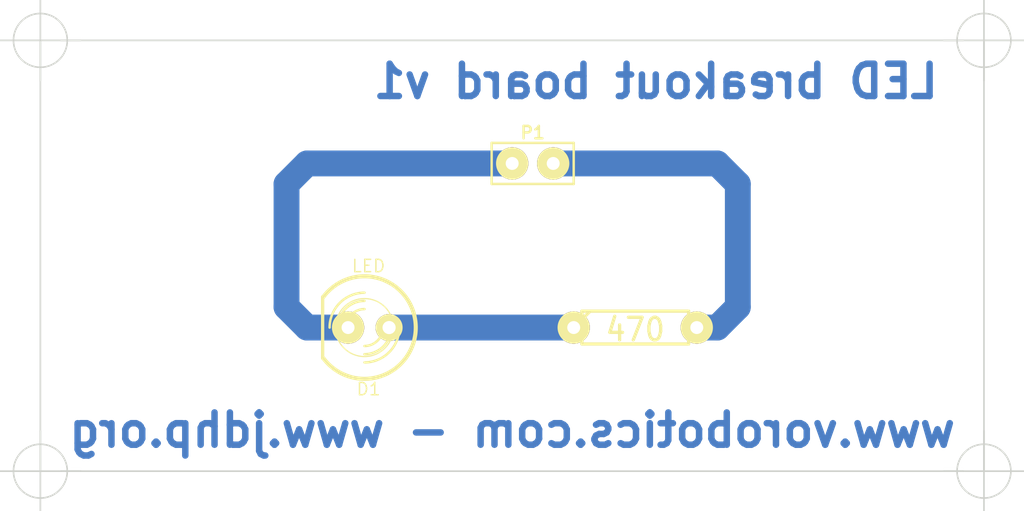
<source format=kicad_pcb>
(kicad_pcb (version 3) (host pcbnew "(22-Jun-2014 BZR 4027)-stable")

  (general
    (links 3)
    (no_connects 0)
    (area 181.65 123.23 245.07 154.9)
    (thickness 1.6)
    (drawings 10)
    (tracks 11)
    (zones 0)
    (modules 3)
    (nets 4)
  )

  (page A3)
  (title_block 
    (title "Breakout board LED")
    (rev 1)
    (company www.jdhp.org)
    (comment 1 "Jérémie Decock")
  )

  (layers
    (15 F.Cu signal)
    (0 B.Cu signal)
    (16 B.Adhes user)
    (17 F.Adhes user)
    (18 B.Paste user)
    (19 F.Paste user)
    (20 B.SilkS user)
    (21 F.SilkS user)
    (22 B.Mask user)
    (23 F.Mask user)
    (24 Dwgs.User user)
    (25 Cmts.User user)
    (26 Eco1.User user)
    (27 Eco2.User user)
    (28 Edge.Cuts user)
  )

  (setup
    (last_trace_width 1.6)
    (trace_clearance 0.7)
    (zone_clearance 0.508)
    (zone_45_only no)
    (trace_min 0.254)
    (segment_width 0.2)
    (edge_width 0.1)
    (via_size 1.1)
    (via_drill 0.9)
    (via_min_size 0.889)
    (via_min_drill 0.508)
    (uvia_size 0.508)
    (uvia_drill 0.127)
    (uvias_allowed no)
    (uvia_min_size 0.508)
    (uvia_min_drill 0.127)
    (pcb_text_width 0.3)
    (pcb_text_size 1.5 1.5)
    (mod_edge_width 0.15)
    (mod_text_size 1 1)
    (mod_text_width 0.15)
    (pad_size 2 2)
    (pad_drill 0.8)
    (pad_to_mask_clearance 0)
    (aux_axis_origin 0 0)
    (visible_elements FFFFFFBF)
    (pcbplotparams
      (layerselection 268435457)
      (usegerberextensions false)
      (excludeedgelayer true)
      (linewidth 0.150000)
      (plotframeref false)
      (viasonmask false)
      (mode 1)
      (useauxorigin false)
      (hpglpennumber 1)
      (hpglpenspeed 20)
      (hpglpendiameter 15)
      (hpglpenoverlay 2)
      (psnegative false)
      (psa4output false)
      (plotreference true)
      (plotvalue true)
      (plotothertext true)
      (plotinvisibletext false)
      (padsonsilk false)
      (subtractmaskfromsilk false)
      (outputformat 5)
      (mirror false)
      (drillshape 0)
      (scaleselection 1)
      (outputdirectory ""))
  )

  (net 0 "")
  (net 1 N-000001)
  (net 2 N-000002)
  (net 3 N-000003)

  (net_class Default "Ceci est la Netclass par défaut"
    (clearance 0.7)
    (trace_width 1.6)
    (via_dia 1.1)
    (via_drill 0.9)
    (uvia_dia 0.508)
    (uvia_drill 0.127)
    (add_net "")
    (add_net N-000001)
    (add_net N-000002)
    (add_net N-000003)
  )

  (module R3 (layer F.Cu) (tedit 543957FC) (tstamp 542E9ED4)
    (at 220.98 143.51)
    (descr "Resitance 3 pas")
    (tags R)
    (path /542E9D92)
    (autoplace_cost180 10)
    (fp_text reference R1 (at 0 0.127) (layer F.SilkS) hide
      (effects (font (size 1.397 1.27) (thickness 0.2032)))
    )
    (fp_text value 470 (at 0 0.127) (layer F.SilkS)
      (effects (font (size 1.397 1.27) (thickness 0.2032)))
    )
    (fp_line (start -3.81 0) (end -3.302 0) (layer F.SilkS) (width 0.2032))
    (fp_line (start 3.81 0) (end 3.302 0) (layer F.SilkS) (width 0.2032))
    (fp_line (start 3.302 0) (end 3.302 -1.016) (layer F.SilkS) (width 0.2032))
    (fp_line (start 3.302 -1.016) (end -3.302 -1.016) (layer F.SilkS) (width 0.2032))
    (fp_line (start -3.302 -1.016) (end -3.302 1.016) (layer F.SilkS) (width 0.2032))
    (fp_line (start -3.302 1.016) (end 3.302 1.016) (layer F.SilkS) (width 0.2032))
    (fp_line (start 3.302 1.016) (end 3.302 0) (layer F.SilkS) (width 0.2032))
    (fp_line (start -3.302 -0.508) (end -2.794 -1.016) (layer F.SilkS) (width 0.2032))
    (pad 1 thru_hole circle (at -3.81 0) (size 2 2) (drill 0.8)
      (layers *.Cu *.Mask F.SilkS)
      (net 1 N-000001)
    )
    (pad 2 thru_hole circle (at 3.81 0) (size 2 2) (drill 0.8)
      (layers *.Cu *.Mask F.SilkS)
      (net 3 N-000003)
    )
    (model discret/resistor.wrl
      (at (xyz 0 0 0))
      (scale (xyz 0.3 0.3 0.3))
      (rotate (xyz 0 0 0))
    )
  )

  (module PIN_ARRAY_2X1 (layer F.Cu) (tedit 54395760) (tstamp 5439565A)
    (at 214.63 133.35)
    (descr "Connecteurs 2 pins")
    (tags "CONN DEV")
    (path /542E9E05)
    (fp_text reference P1 (at 0 -1.905) (layer F.SilkS)
      (effects (font (size 0.762 0.762) (thickness 0.1524)))
    )
    (fp_text value CONN_2 (at 0 -1.905) (layer F.SilkS) hide
      (effects (font (size 0.762 0.762) (thickness 0.1524)))
    )
    (fp_line (start -2.54 1.27) (end -2.54 -1.27) (layer F.SilkS) (width 0.1524))
    (fp_line (start -2.54 -1.27) (end 2.54 -1.27) (layer F.SilkS) (width 0.1524))
    (fp_line (start 2.54 -1.27) (end 2.54 1.27) (layer F.SilkS) (width 0.1524))
    (fp_line (start 2.54 1.27) (end -2.54 1.27) (layer F.SilkS) (width 0.1524))
    (pad 1 thru_hole circle (at -1.27 0) (size 2 2) (drill 0.8)
      (layers *.Cu *.Mask F.SilkS)
      (net 2 N-000002)
    )
    (pad 2 thru_hole circle (at 1.27 0) (size 2 2) (drill 0.8)
      (layers *.Cu *.Mask F.SilkS)
      (net 3 N-000003)
    )
    (model pin_array/pins_array_2x1.wrl
      (at (xyz 0 0 0))
      (scale (xyz 1 1 1))
      (rotate (xyz 0 0 0))
    )
  )

  (module LED-5MM (layer F.Cu) (tedit 54395768) (tstamp 542E9EED)
    (at 204.47 143.51 180)
    (descr "LED 5mm - Lead pitch 100mil (2,54mm)")
    (tags "LED led 5mm 5MM 100mil 2,54mm")
    (path /542E9DA1)
    (fp_text reference D1 (at 0 -3.81 180) (layer F.SilkS)
      (effects (font (size 0.762 0.762) (thickness 0.0889)))
    )
    (fp_text value LED (at 0 3.81 180) (layer F.SilkS)
      (effects (font (size 0.762 0.762) (thickness 0.0889)))
    )
    (fp_line (start 2.8448 1.905) (end 2.8448 -1.905) (layer F.SilkS) (width 0.2032))
    (fp_circle (center 0.254 0) (end -1.016 1.27) (layer F.SilkS) (width 0.0762))
    (fp_arc (start 0.254 0) (end 2.794 1.905) (angle 286.2) (layer F.SilkS) (width 0.254))
    (fp_arc (start 0.254 0) (end -0.889 0) (angle 90) (layer F.SilkS) (width 0.1524))
    (fp_arc (start 0.254 0) (end 1.397 0) (angle 90) (layer F.SilkS) (width 0.1524))
    (fp_arc (start 0.254 0) (end -1.397 0) (angle 90) (layer F.SilkS) (width 0.1524))
    (fp_arc (start 0.254 0) (end 1.905 0) (angle 90) (layer F.SilkS) (width 0.1524))
    (fp_arc (start 0.254 0) (end -1.905 0) (angle 90) (layer F.SilkS) (width 0.1524))
    (fp_arc (start 0.254 0) (end 2.413 0) (angle 90) (layer F.SilkS) (width 0.1524))
    (pad 1 thru_hole circle (at -1.27 0 180) (size 1.6764 1.6764) (drill 0.8128)
      (layers *.Cu *.Mask F.SilkS)
      (net 1 N-000001)
    )
    (pad 2 thru_hole circle (at 1.27 0 180) (size 2 2) (drill 0.8)
      (layers *.Cu *.Mask F.SilkS)
      (net 2 N-000002)
    )
    (model discret/leds/led5_vertical_verde.wrl
      (at (xyz 0 0 0))
      (scale (xyz 1 1 1))
      (rotate (xyz 0 0 0))
    )
  )

  (gr_line (start 185.42 152.4) (end 241.3 152.4) (angle 90) (layer Edge.Cuts) (width 0.1))
  (gr_line (start 185.42 125.73) (end 241.3 125.73) (angle 90) (layer Edge.Cuts) (width 0.1))
  (gr_line (start 184.15 152.4) (end 184.15 125.73) (angle 90) (layer Edge.Cuts) (width 0.1))
  (gr_line (start 242.57 125.73) (end 242.57 152.4) (angle 90) (layer Edge.Cuts) (width 0.1))
  (gr_text "LED breakout board v1" (at 222.25 128.27) (layer B.Cu)
    (effects (font (size 2 2) (thickness 0.4)) (justify mirror))
  )
  (gr_text "www.vorobotics.com - www.jdhp.org" (at 213.36 149.86) (layer B.Cu)
    (effects (font (size 2 2) (thickness 0.4)) (justify mirror))
  )
  (target plus (at 242.57 125.73) (size 5) (width 0.1) (layer Edge.Cuts))
  (target plus (at 184.15 125.73) (size 5) (width 0.1) (layer Edge.Cuts))
  (target plus (at 184.15 152.4) (size 5) (width 0.1) (layer Edge.Cuts))
  (target plus (at 242.57 152.4) (size 5) (width 0.1) (layer Edge.Cuts))

  (segment (start 205.74 143.51) (end 217.17 143.51) (width 1.6) (layer B.Cu) (net 1))
  (segment (start 203.2 143.51) (end 200.66 143.51) (width 1.6) (layer B.Cu) (net 2))
  (segment (start 200.66 133.35) (end 213.36 133.35) (width 1.6) (layer B.Cu) (net 2) (tstamp 542EA12F))
  (segment (start 199.39 134.62) (end 200.66 133.35) (width 1.6) (layer B.Cu) (net 2) (tstamp 542EA12D))
  (segment (start 199.39 142.24) (end 199.39 134.62) (width 1.6) (layer B.Cu) (net 2) (tstamp 542EA12A))
  (segment (start 200.66 143.51) (end 199.39 142.24) (width 1.6) (layer B.Cu) (net 2) (tstamp 542EA129))
  (segment (start 224.79 143.51) (end 226.06 143.51) (width 1.6) (layer B.Cu) (net 3))
  (segment (start 226.06 133.35) (end 215.9 133.35) (width 1.6) (layer B.Cu) (net 3) (tstamp 542EA13F))
  (segment (start 227.33 134.62) (end 226.06 133.35) (width 1.6) (layer B.Cu) (net 3) (tstamp 542EA13D))
  (segment (start 227.33 142.24) (end 227.33 134.62) (width 1.6) (layer B.Cu) (net 3) (tstamp 542EA13C))
  (segment (start 226.06 143.51) (end 227.33 142.24) (width 1.6) (layer B.Cu) (net 3) (tstamp 542EA13A))

)

</source>
